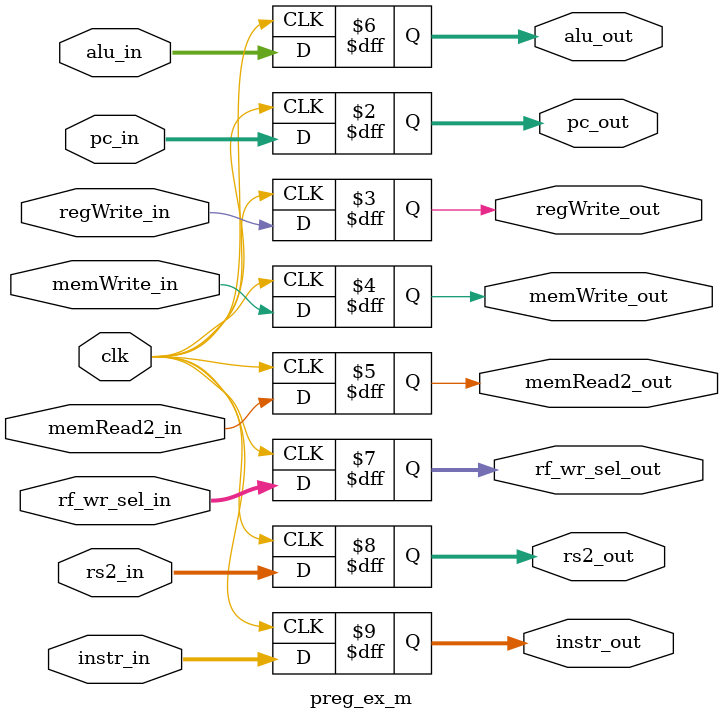
<source format=sv>
`timescale 1ns / 1ps

module preg_ex_m(
    input clk,
    input [31:0] pc_in,
    input [31:0] instr_in,
    input regWrite_in,
    input memWrite_in,
    input memRead2_in,
    input [31:0] alu_in,
    input [1:0] rf_wr_sel_in,
    input [31:0] rs2_in,
    output reg [31:0] pc_out,
    output reg regWrite_out,
    output reg memWrite_out,
    output reg memRead2_out,
    output reg [31:0] alu_out,
    output reg [1:0] rf_wr_sel_out,
    output reg [31:0] rs2_out,
    output reg [31:0] instr_out
    );
    
    always @ (posedge clk) begin
        pc_out = pc_in;
        regWrite_out = regWrite_in;
        memWrite_out = memWrite_in;
        memRead2_out = memRead2_in;
        alu_out = alu_in;
        rf_wr_sel_out = rf_wr_sel_in;
        rs2_out = rs2_in;
        instr_out = instr_in;
    end
    
endmodule

</source>
